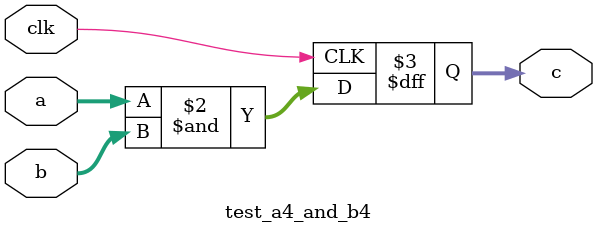
<source format=v>

module test_a4_and_b4(
    input   wire            clk,
    input   wire    [7:0]   a,
    input   wire    [7:0]   b,
    output  reg     [7:0]   c
);
// 8'b1001_0010
// 8'b1001_1101
// 8'b1001_0000

//看清楚是reg变量，需要使用always块
always @(posedge clk)begin
  //c = a & b;
    c <= a & b;// 这里是非阻塞赋值
end

endmodule
</source>
